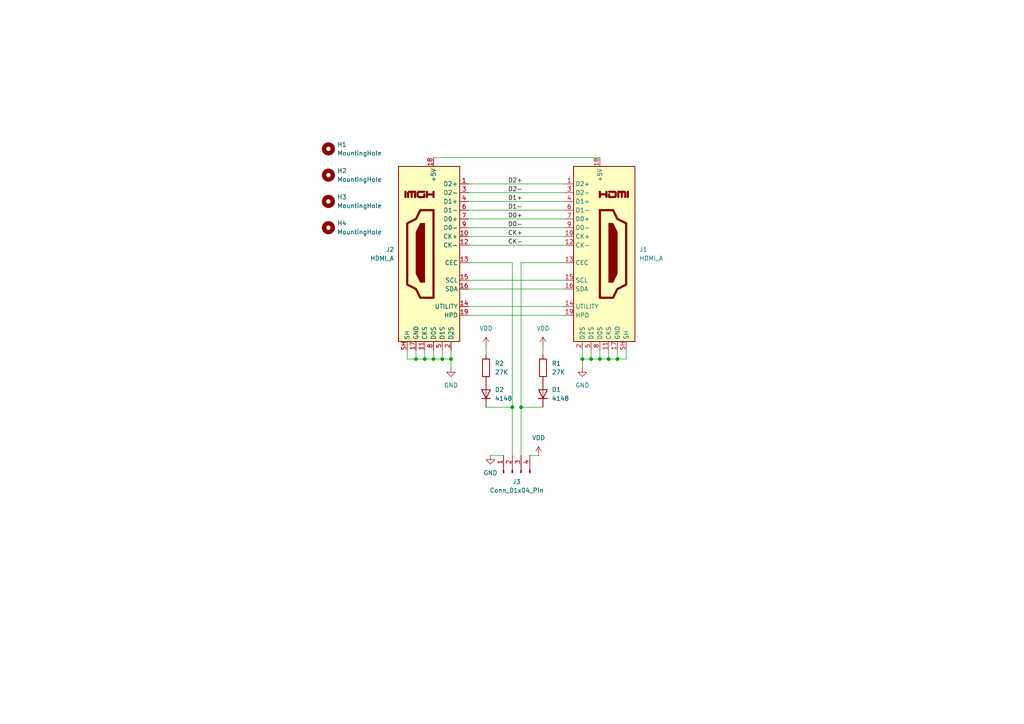
<source format=kicad_sch>
(kicad_sch (version 20231120) (generator "eeschema") (generator_version "8.0")
  (paper "A4")
  (lib_symbols
    (symbol "Connector:Conn_01x04_Pin" (pin_names (offset 1.016) hide)
      (property "Reference" "J" (at 0 5.08 0))
      (property "Value" "Conn_01x04_Pin" (at 0 -7.62 0))
      (symbol "Conn_01x04_Pin_1_1"
        (polyline (pts (xy 1.27 -5.08) (xy 0.8636 -5.08)) (stroke (width 0.1524)))
        (polyline (pts (xy 1.27 -2.54) (xy 0.8636 -2.54)) (stroke (width 0.1524)))
        (polyline (pts (xy 1.27 0) (xy 0.8636 0)) (stroke (width 0.1524)))
        (polyline (pts (xy 1.27 2.54) (xy 0.8636 2.54)) (stroke (width 0.1524)))
        (rectangle (start 0.8636 -4.953) (end 0 -5.207) (stroke (width 0.1524)) (fill (type outline)))
        (rectangle (start 0.8636 -2.413) (end 0 -2.667) (stroke (width 0.1524)) (fill (type outline)))
        (rectangle (start 0.8636 0.127) (end 0 -0.127) (stroke (width 0.1524)) (fill (type outline)))
        (rectangle (start 0.8636 2.667) (end 0 2.413) (stroke (width 0.1524)) (fill (type outline)))
        (pin passive line (at 5.08 2.54 180) (length 3.81) (name "Pin_1") (number "1"))
        (pin passive line (at 5.08 0 180) (length 3.81) (name "Pin_2") (number "2"))
        (pin passive line (at 5.08 -2.54 180) (length 3.81) (name "Pin_3") (number "3"))
        (pin passive line (at 5.08 -5.08 180) (length 3.81) (name "Pin_4") (number "4"))
      )
    )
    (symbol "Connector:HDMI_A"
      (property "Reference" "J" (at -6.35 26.67 0))
      (property "Value" "HDMI_A" (at 10.16 26.67 0))
      (symbol "HDMI_A_0_0"
        (polyline (pts (xy 8.128 16.51) (xy 8.128 18.034)) (stroke (width 0.635)))
        (polyline (pts (xy 0 16.51) (xy 0 18.034) (xy 0 17.272) (xy 1.905 17.272) (xy 1.905 18.034) (xy 1.905 16.51)) (stroke (width 0.635)))
        (polyline (pts (xy 2.667 18.034) (xy 4.318 18.034) (xy 4.572 17.78) (xy 4.572 16.764) (xy 4.318 16.51) (xy 2.667 16.51) (xy 2.667 17.272)) (stroke (width 0.635)))
      )
      (symbol "HDMI_A_0_1"
        (rectangle (start -7.62 25.4) (end 10.16 -25.4) (stroke (width 0.254)) (fill (type background)))
        (polyline (pts (xy 2.54 8.89) (xy 3.81 8.89) (xy 5.08 6.35) (xy 5.08 -5.715) (xy 3.81 -8.255) (xy 2.54 -8.255) (xy 2.54 8.89)) (fill (type outline)))
        (polyline (pts (xy 5.334 16.51) (xy 5.334 18.034) (xy 6.35 18.034) (xy 6.35 16.51) (xy 6.35 18.034) (xy 7.112 18.034) (xy 7.366 17.78) (xy 7.366 16.51)) (stroke (width 0.635)))
        (polyline (pts (xy 0 12.7) (xy 0 -12.7) (xy 3.81 -12.7) (xy 5.08 -10.16) (xy 7.62 -8.89) (xy 7.62 8.89) (xy 5.08 10.16) (xy 3.81 12.7) (xy 0 12.7)) (stroke (width 0.635)))
      )
      (symbol "HDMI_A_1_1"
        (pin passive line (at -10.16 20.32 0) (length 2.54) (name "D2+") (number "1"))
        (pin passive line (at -10.16 5.08 0) (length 2.54) (name "CK+") (number "10"))
        (pin power_in line (at 2.54 -27.94 90) (length 2.54) (name "CKS") (number "11"))
        (pin passive line (at -10.16 2.54 0) (length 2.54) (name "CK-") (number "12"))
        (pin bidirectional line (at -10.16 -2.54 0) (length 2.54) (name "CEC") (number "13"))
        (pin passive line (at -10.16 -15.24 0) (length 2.54) (name "UTILITY") (number "14"))
        (pin passive line (at -10.16 -7.62 0) (length 2.54) (name "SCL") (number "15"))
        (pin bidirectional line (at -10.16 -10.16 0) (length 2.54) (name "SDA") (number "16"))
        (pin power_in line (at 5.08 -27.94 90) (length 2.54) (name "GND") (number "17"))
        (pin power_in line (at 0 27.94 270) (length 2.54) (name "+5V") (number "18"))
        (pin passive line (at -10.16 -17.78 0) (length 2.54) (name "HPD") (number "19"))
        (pin power_in line (at -5.08 -27.94 90) (length 2.54) (name "D2S") (number "2"))
        (pin passive line (at -10.16 17.78 0) (length 2.54) (name "D2-") (number "3"))
        (pin passive line (at -10.16 15.24 0) (length 2.54) (name "D1+") (number "4"))
        (pin power_in line (at -2.54 -27.94 90) (length 2.54) (name "D1S") (number "5"))
        (pin passive line (at -10.16 12.7 0) (length 2.54) (name "D1-") (number "6"))
        (pin passive line (at -10.16 10.16 0) (length 2.54) (name "D0+") (number "7"))
        (pin power_in line (at 0 -27.94 90) (length 2.54) (name "D0S") (number "8"))
        (pin passive line (at -10.16 7.62 0) (length 2.54) (name "D0-") (number "9"))
        (pin passive line (at 7.62 -27.94 90) (length 2.54) (name "SH") (number "SH"))
      )
    )
    (symbol "Device:D" (pin_numbers hide) (pin_names (offset 1.016) hide)
      (property "Reference" "D" (at 0 2.54 0))
      (property "Value" "D" (at 0 -2.54 0))
      (symbol "D_0_1"
        (polyline (pts (xy -1.27 1.27) (xy -1.27 -1.27)) (stroke (width 0.254)))
        (polyline (pts (xy 1.27 0) (xy -1.27 0)))
        (polyline (pts (xy 1.27 1.27) (xy 1.27 -1.27) (xy -1.27 0) (xy 1.27 1.27)) (stroke (width 0.254)))
      )
      (symbol "D_1_1"
        (pin passive line (at -3.81 0 0) (length 2.54) (name "K") (number "1"))
        (pin passive line (at 3.81 0 180) (length 2.54) (name "A") (number "2"))
      )
    )
    (symbol "Device:R" (pin_numbers hide) (pin_names (offset 0))
      (property "Reference" "R" (at 2.032 0 90))
      (property "Value" "R" (at 0 0 90))
      (symbol "R_0_1"
        (rectangle (start -1.016 -2.54) (end 1.016 2.54) (stroke (width 0.254)))
      )
      (symbol "R_1_1"
        (pin passive line (at 0 3.81 270) (length 1.27) (name "~") (number "1"))
        (pin passive line (at 0 -3.81 90) (length 1.27) (name "~") (number "2"))
      )
    )
    (symbol "Mechanical:MountingHole" (pin_names (offset 1.016)) (exclude_from_sim yes) (in_bom no)
      (property "Reference" "H" (at 0 5.08 0))
      (property "Value" "MountingHole" (at 0 3.175 0))
      (symbol "MountingHole_0_1"
        (circle (center 0 0) (radius 1.27) (stroke (width 1.27)))
      )
    )
    (symbol "power:GND" (power) (pin_numbers hide) (pin_names (offset 0) hide)
      (property "Value" "GND" (at 0 -3.81 0))
      (symbol "GND_0_1"
        (polyline (pts (xy 0 0) (xy 0 -1.27) (xy 1.27 -1.27) (xy 0 -2.54) (xy -1.27 -1.27) (xy 0 -1.27)))
      )
      (symbol "GND_1_1"
        (pin power_in line (at 0 0 270) (length 0) (name "~") (number "1"))
      )
    )
    (symbol "power:VDD" (power) (pin_numbers hide) (pin_names (offset 0) hide)
      (property "Value" "VDD" (at 0 3.556 0))
      (symbol "VDD_0_1"
        (polyline (pts (xy -0.762 1.27) (xy 0 2.54)))
        (polyline (pts (xy 0 0) (xy 0 2.54)))
        (polyline (pts (xy 0 2.54) (xy 0.762 1.27)))
      )
      (symbol "VDD_1_1"
        (pin power_in line (at 0 0 90) (length 0) (name "~") (number "1"))
      )
    )
  )
  (junction (at 125.73 104.14))
  (junction (at 168.91 104.14))
  (junction (at 148.59 118.11))
  (junction (at 151.13 118.11))
  (junction (at 130.81 104.14))
  (junction (at 176.53 104.14))
  (junction (at 173.99 104.14))
  (junction (at 171.45 104.14))
  (junction (at 123.19 104.14))
  (junction (at 179.07 104.14))
  (junction (at 128.27 104.14))
  (junction (at 120.65 104.14))
  (wire (pts (xy 120.65 104.14) (xy 120.65 101.6)))
  (wire (pts (xy 130.81 106.68) (xy 130.81 104.14)))
  (wire (pts (xy 135.89 58.42) (xy 163.83 58.42)))
  (wire (pts (xy 130.81 101.6) (xy 130.81 104.14)))
  (wire (pts (xy 120.65 104.14) (xy 123.19 104.14)))
  (wire (pts (xy 118.11 104.14) (xy 120.65 104.14)))
  (wire (pts (xy 176.53 101.6) (xy 176.53 104.14)))
  (wire (pts (xy 171.45 104.14) (xy 173.99 104.14)))
  (wire (pts (xy 181.61 101.6) (xy 181.61 104.14)))
  (wire (pts (xy 168.91 101.6) (xy 168.91 104.14)))
  (wire (pts (xy 135.89 71.12) (xy 163.83 71.12)))
  (wire (pts (xy 168.91 104.14) (xy 171.45 104.14)))
  (wire (pts (xy 118.11 101.6) (xy 118.11 104.14)))
  (wire (pts (xy 135.89 88.9) (xy 163.83 88.9)))
  (wire (pts (xy 179.07 104.14) (xy 179.07 101.6)))
  (wire (pts (xy 140.97 118.11) (xy 148.59 118.11)))
  (wire (pts (xy 123.19 104.14) (xy 125.73 104.14)))
  (wire (pts (xy 171.45 101.6) (xy 171.45 104.14)))
  (wire (pts (xy 135.89 68.58) (xy 163.83 68.58)))
  (wire (pts (xy 135.89 83.82) (xy 163.83 83.82)))
  (wire (pts (xy 128.27 104.14) (xy 130.81 104.14)))
  (wire (pts (xy 157.48 100.33) (xy 157.48 102.87)))
  (wire (pts (xy 135.89 91.44) (xy 163.83 91.44)))
  (wire (pts (xy 123.19 101.6) (xy 123.19 104.14)))
  (wire (pts (xy 125.73 45.72) (xy 173.99 45.72)))
  (wire (pts (xy 142.24 132.08) (xy 146.05 132.08)))
  (wire (pts (xy 140.97 100.33) (xy 140.97 102.87)))
  (wire (pts (xy 176.53 104.14) (xy 179.07 104.14)))
  (wire (pts (xy 135.89 66.04) (xy 163.83 66.04)))
  (wire (pts (xy 148.59 76.2) (xy 148.59 118.11)))
  (wire (pts (xy 168.91 106.68) (xy 168.91 104.14)))
  (wire (pts (xy 151.13 118.11) (xy 151.13 132.08)))
  (wire (pts (xy 179.07 104.14) (xy 181.61 104.14)))
  (wire (pts (xy 125.73 104.14) (xy 128.27 104.14)))
  (wire (pts (xy 128.27 101.6) (xy 128.27 104.14)))
  (wire (pts (xy 173.99 104.14) (xy 176.53 104.14)))
  (wire (pts (xy 173.99 101.6) (xy 173.99 104.14)))
  (wire (pts (xy 125.73 101.6) (xy 125.73 104.14)))
  (wire (pts (xy 135.89 53.34) (xy 163.83 53.34)))
  (wire (pts (xy 151.13 118.11) (xy 157.48 118.11)))
  (wire (pts (xy 148.59 118.11) (xy 148.59 132.08)))
  (wire (pts (xy 156.21 132.08) (xy 153.67 132.08)))
  (wire (pts (xy 135.89 76.2) (xy 148.59 76.2)))
  (wire (pts (xy 151.13 76.2) (xy 151.13 118.11)))
  (wire (pts (xy 135.89 55.88) (xy 163.83 55.88)))
  (wire (pts (xy 135.89 60.96) (xy 163.83 60.96)))
  (wire (pts (xy 163.83 76.2) (xy 151.13 76.2)))
  (wire (pts (xy 135.89 63.5) (xy 163.83 63.5)))
  (wire (pts (xy 135.89 81.28) (xy 163.83 81.28)))
  (label "D2-" (at 147.32 55.88 0))
  (label "D1+" (at 147.32 58.42 0))
  (label "CK+" (at 147.32 68.58 0))
  (label "CK-" (at 147.32 71.12 0))
  (label "D0+" (at 147.32 63.5 0))
  (label "D2+" (at 147.32 53.34 0))
  (label "D1-" (at 147.32 60.96 0))
  (label "D0-" (at 147.32 66.04 0))
  (symbol (lib_id "Connector:HDMI_A") (at 125.73 73.66 0) (mirror y) (unit 1)
    (property "Reference" "J2" (at 114.3 72.3899 0) (effects (justify left)))
    (property "Value" "HDMI_A" (at 114.3 74.9299 0) (effects (justify left)))
    (property "Footprint" "Connector_Video:HDMI_A_Amphenol_10029449-x01xLF_Horizontal" (effects (hide yes)))
    (property "Datasheet" "https://www.digikey.com/en/products/detail/amphenol-cs-fci/10029449-001RLF/1001325" (effects (hide yes)))
    (property "Description" "HDMI type A connector" (effects (hide yes)))
  )
  (symbol (lib_id "Connector:Conn_01x04_Pin") (at 148.59 137.16 90) (unit 1)
    (property "Reference" "J3" (at 149.86 139.7 90))
    (property "Value" "Conn_01x04_Pin" (at 149.86 142.24 90))
    (property "Footprint" "Connector_PinHeader_2.54mm:PinHeader_1x04_P2.54mm_Vertical" (effects (hide yes)))
    (property "Datasheet" "https://www.digikey.com/en/products/detail/bourns-inc/CR0603-JW-273ELF/3784345" (effects (hide yes)))
    (property "Description" "Generic connector, single row, 01x04, script generated" (effects (hide yes)))
  )
  (symbol (lib_id "Device:D") (at 157.48 114.3 90) (unit 1)
    (property "Reference" "D1" (at 160.02 113.0299 90) (effects (justify right)))
    (property "Value" "4148" (at 160.02 115.5699 90) (effects (justify right)))
    (property "Footprint" "Diode_SMD:D_0603_1608Metric" (effects (hide yes)))
    (property "Datasheet" "https://www.digikey.com/en/products/detail/bourns-inc/CR0603-JW-273ELF/3784345" (effects (hide yes)))
    (property "Description" "Diode" (effects (hide yes)))
    (property "Sim.Device" "D" (effects (hide yes)))
    (property "Sim.Pins" "1=K 2=A" (effects (hide yes)))
  )
  (symbol (lib_id "power:GND") (at 168.91 106.68 0) (unit 1)
    (property "Reference" "#PWR02" (effects (hide yes)))
    (property "Value" "GND" (at 168.91 111.76 0))
    (property "Description" "Power symbol creates a global label with name \"GND\" , ground" (effects (hide yes)))
  )
  (symbol (lib_id "power:VDD") (at 140.97 100.33 0) (unit 1)
    (property "Reference" "#PWR04" (effects (hide yes)))
    (property "Value" "VDD" (at 140.97 95.25 0))
    (property "Description" "Power symbol creates a global label with name \"VDD\"" (effects (hide yes)))
  )
  (symbol (lib_id "Device:R") (at 157.48 106.68 0) (unit 1)
    (property "Reference" "R1" (at 160.02 105.4099 0) (effects (justify left)))
    (property "Value" "27K" (at 160.02 107.9499 0) (effects (justify left)))
    (property "Footprint" "Resistor_SMD:R_0603_1608Metric" (effects (hide yes)))
    (property "Datasheet" "https://www.digikey.com/en/products/detail/bourns-inc/CR0603-JW-273ELF/3784345" (effects (hide yes)))
    (property "Description" "Resistor" (effects (hide yes)))
  )
  (symbol (lib_id "Mechanical:MountingHole") (at 95.25 58.42 0) (unit 1) (exclude_from_sim yes) (in_bom no)
    (property "Reference" "H3" (at 97.79 57.1499 0) (effects (justify left)))
    (property "Value" "MountingHole" (at 97.79 59.6899 0) (effects (justify left)))
    (property "Footprint" "MountingHole:MountingHole_2.5mm" (effects (hide yes)))
    (property "Description" "Mounting Hole without connection" (effects (hide yes)))
  )
  (symbol (lib_id "Mechanical:MountingHole") (at 95.25 43.18 0) (unit 1) (exclude_from_sim yes) (in_bom no)
    (property "Reference" "H1" (at 97.79 41.9099 0) (effects (justify left)))
    (property "Value" "MountingHole" (at 97.79 44.4499 0) (effects (justify left)))
    (property "Footprint" "MountingHole:MountingHole_2.5mm" (effects (hide yes)))
    (property "Description" "Mounting Hole without connection" (effects (hide yes)))
  )
  (symbol (lib_id "power:VDD") (at 157.48 100.33 0) (unit 1)
    (property "Reference" "#PWR06" (effects (hide yes)))
    (property "Value" "VDD" (at 157.48 95.25 0))
    (property "Description" "Power symbol creates a global label with name \"VDD\"" (effects (hide yes)))
  )
  (symbol (lib_id "power:GND") (at 142.24 132.08 0) (unit 1)
    (property "Reference" "#PWR03" (effects (hide yes)))
    (property "Value" "GND" (at 142.24 137.16 0))
    (property "Description" "Power symbol creates a global label with name \"GND\" , ground" (effects (hide yes)))
  )
  (symbol (lib_id "Mechanical:MountingHole") (at 95.25 66.04 0) (unit 1) (exclude_from_sim yes) (in_bom no)
    (property "Reference" "H4" (at 97.79 64.7699 0) (effects (justify left)))
    (property "Value" "MountingHole" (at 97.79 67.3099 0) (effects (justify left)))
    (property "Footprint" "MountingHole:MountingHole_2.5mm" (effects (hide yes)))
    (property "Description" "Mounting Hole without connection" (effects (hide yes)))
  )
  (symbol (lib_id "Connector:HDMI_A") (at 173.99 73.66 0) (unit 1)
    (property "Reference" "J1" (at 185.42 72.3899 0) (effects (justify left)))
    (property "Value" "HDMI_A" (at 185.42 74.9299 0) (effects (justify left)))
    (property "Footprint" "Connector_Video:HDMI_A_Amphenol_10029449-x01xLF_Horizontal" (effects (hide yes)))
    (property "Datasheet" "https://www.digikey.com/en/products/detail/amphenol-cs-fci/10029449-001RLF/1001325" (effects (hide yes)))
    (property "Description" "HDMI type A connector" (effects (hide yes)))
  )
  (symbol (lib_id "power:GND") (at 130.81 106.68 0) (unit 1)
    (property "Reference" "#PWR01" (effects (hide yes)))
    (property "Value" "GND" (at 130.81 111.76 0))
    (property "Description" "Power symbol creates a global label with name \"GND\" , ground" (effects (hide yes)))
  )
  (symbol (lib_id "Device:D") (at 140.97 114.3 90) (unit 1)
    (property "Reference" "D2" (at 143.51 113.0299 90) (effects (justify right)))
    (property "Value" "4148" (at 143.51 115.5699 90) (effects (justify right)))
    (property "Footprint" "Diode_SMD:D_0603_1608Metric" (effects (hide yes)))
    (property "Datasheet" "https://www.digikey.com/en/products/detail/bourns-inc/CR0603-JW-273ELF/3784345" (effects (hide yes)))
    (property "Description" "Diode" (effects (hide yes)))
    (property "Sim.Device" "D" (effects (hide yes)))
    (property "Sim.Pins" "1=K 2=A" (effects (hide yes)))
  )
  (symbol (lib_id "Mechanical:MountingHole") (at 95.25 50.8 0) (unit 1) (exclude_from_sim yes) (in_bom no)
    (property "Reference" "H2" (at 97.79 49.5299 0) (effects (justify left)))
    (property "Value" "MountingHole" (at 97.79 52.0699 0) (effects (justify left)))
    (property "Footprint" "MountingHole:MountingHole_2.5mm" (effects (hide yes)))
    (property "Description" "Mounting Hole without connection" (effects (hide yes)))
  )
  (symbol (lib_id "Device:R") (at 140.97 106.68 0) (unit 1)
    (property "Reference" "R2" (at 143.51 105.4099 0) (effects (justify left)))
    (property "Value" "27K" (at 143.51 107.9499 0) (effects (justify left)))
    (property "Footprint" "Resistor_SMD:R_0603_1608Metric" (effects (hide yes)))
    (property "Datasheet" "https://www.digikey.com/en/products/detail/bourns-inc/CR0603-JW-273ELF/3784345" (effects (hide yes)))
    (property "Description" "Resistor" (effects (hide yes)))
  )
  (symbol (lib_id "power:VDD") (at 156.21 132.08 0) (unit 1)
    (property "Reference" "#PWR05" (effects (hide yes)))
    (property "Value" "VDD" (at 156.21 127 0))
    (property "Description" "Power symbol creates a global label with name \"VDD\"" (effects (hide yes)))
  )
)
</source>
